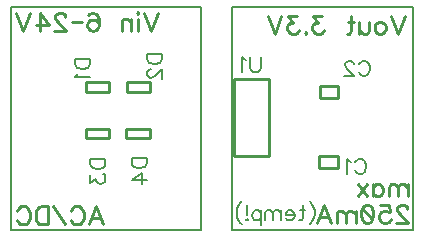
<source format=gbo>
G04 DipTrace 2.4.0.2*
%INLaserPower_v_1.0.GBO*%
%MOMM*%
%ADD10C,0.25*%
%ADD17C,0.155*%
%ADD53C,0.196*%
%ADD54C,0.235*%
%FSLAX53Y53*%
G04*
G71*
G90*
G75*
G01*
%LNBotSilk*%
%LPD*%
X8780Y13050D2*
D10*
X6780D1*
Y12250D1*
X8780D1*
Y13050D1*
Y9100D2*
X6780D1*
Y8300D1*
X8780D1*
Y9100D1*
X12230Y13050D2*
X10230D1*
Y12250D1*
X12230D1*
Y13050D1*
X12180Y9100D2*
X10180D1*
Y8300D1*
X12180D1*
Y9100D1*
X26550Y6800D2*
X28100D1*
Y5800D1*
X26550D1*
Y6800D1*
X19350Y13300D2*
X22250D1*
Y6800D1*
X19350D1*
Y13300D1*
X28150Y11750D2*
X26600D1*
Y12750D1*
X28150D1*
Y11750D1*
X19200Y19450D2*
D17*
X34500D1*
Y500D1*
X19200D1*
Y19450D1*
X450D2*
X16500D1*
Y500D1*
X450D1*
Y19450D1*
X5870Y15024D2*
D53*
X7146D1*
Y14598D1*
X7084Y14416D1*
X6964Y14294D1*
X6842Y14233D1*
X6661Y14173D1*
X6356D1*
X6173Y14233D1*
X6053Y14294D1*
X5931Y14416D1*
X5870Y14598D1*
Y15024D1*
X6114Y13781D2*
X6053Y13659D1*
X5872Y13476D1*
X7146D1*
X7170Y6547D2*
X8446D1*
Y6121D1*
X8384Y5939D1*
X8264Y5817D1*
X8142Y5756D1*
X7961Y5696D1*
X7656D1*
X7473Y5756D1*
X7353Y5817D1*
X7231Y5939D1*
X7170Y6121D1*
Y6547D1*
X7172Y5182D2*
Y4515D1*
X7657Y4879D1*
Y4696D1*
X7718Y4575D1*
X7778Y4515D1*
X7960Y4453D1*
X8081D1*
X8264Y4515D1*
X8386Y4636D1*
X8446Y4818D1*
Y5001D1*
X8386Y5182D1*
X8324Y5242D1*
X8203Y5304D1*
X11970Y15447D2*
X13246D1*
Y15021D1*
X13184Y14839D1*
X13064Y14717D1*
X12942Y14656D1*
X12761Y14596D1*
X12456D1*
X12273Y14656D1*
X12153Y14717D1*
X12031Y14839D1*
X11970Y15021D1*
Y15447D1*
X12275Y14142D2*
X12214D1*
X12092Y14082D1*
X12032Y14021D1*
X11972Y13899D1*
Y13656D1*
X12032Y13536D1*
X12092Y13475D1*
X12214Y13414D1*
X12335D1*
X12457Y13475D1*
X12638Y13596D1*
X13246Y14204D1*
Y13353D1*
X10670Y6627D2*
X11946D1*
Y6202D1*
X11884Y6019D1*
X11764Y5897D1*
X11642Y5837D1*
X11461Y5776D1*
X11156D1*
X10973Y5837D1*
X10853Y5897D1*
X10731Y6019D1*
X10670Y6202D1*
Y6627D1*
X11946Y4776D2*
X10672D1*
X11521Y5384D1*
Y4473D1*
X29593Y6257D2*
X29653Y6377D1*
X29775Y6500D1*
X29896Y6560D1*
X30139D1*
X30261Y6500D1*
X30382Y6377D1*
X30444Y6257D1*
X30504Y6074D1*
Y5770D1*
X30444Y5588D1*
X30382Y5466D1*
X30261Y5346D1*
X30139Y5284D1*
X29896D1*
X29775Y5346D1*
X29653Y5466D1*
X29593Y5588D1*
X29201Y6316D2*
X29079Y6377D1*
X28896Y6558D1*
Y5284D1*
X21574Y15160D2*
Y14249D1*
X21513Y14066D1*
X21391Y13946D1*
X21209Y13884D1*
X21088D1*
X20906Y13946D1*
X20783Y14066D1*
X20723Y14249D1*
Y15160D1*
X20331Y14916D2*
X20209Y14977D1*
X20026Y15159D1*
Y13884D1*
X29916Y14557D2*
X29976Y14677D1*
X30098Y14800D1*
X30219Y14860D1*
X30462D1*
X30584Y14800D1*
X30705Y14677D1*
X30767Y14557D1*
X30827Y14374D1*
Y14070D1*
X30767Y13888D1*
X30705Y13766D1*
X30584Y13646D1*
X30462Y13584D1*
X30219D1*
X30098Y13646D1*
X29976Y13766D1*
X29916Y13888D1*
X29462Y14555D2*
Y14616D1*
X29402Y14738D1*
X29341Y14798D1*
X29219Y14858D1*
X28976D1*
X28856Y14798D1*
X28795Y14738D1*
X28733Y14616D1*
Y14495D1*
X28795Y14373D1*
X28916Y14192D1*
X29524Y13584D1*
X28673D1*
X34046Y4417D2*
D54*
Y3397D1*
Y4126D2*
X33827Y4345D1*
X33680Y4417D1*
X33463D1*
X33316Y4345D1*
X33244Y4126D1*
Y3397D1*
Y4126D2*
X33025Y4345D1*
X32878Y4417D1*
X32661D1*
X32514Y4345D1*
X32440Y4126D1*
Y3397D1*
X31095Y4417D2*
Y3397D1*
Y4198D2*
X31240Y4345D1*
X31387Y4417D1*
X31604D1*
X31751Y4345D1*
X31896Y4198D1*
X31970Y3979D1*
Y3835D1*
X31896Y3616D1*
X31751Y3471D1*
X31604Y3397D1*
X31387D1*
X31240Y3471D1*
X31095Y3616D1*
X30625Y4417D2*
X29823Y3397D1*
Y4417D2*
X30625Y3397D1*
X12869Y18940D2*
X12287Y17409D1*
X11704Y18940D1*
X11233D2*
X11161Y18867D1*
X11087Y18940D1*
X11161Y19014D1*
X11233Y18940D1*
X11161Y18429D2*
Y17409D1*
X10616Y18429D2*
Y17409D1*
Y18138D2*
X10397Y18357D1*
X10250Y18429D1*
X10033D1*
X9887Y18357D1*
X9814Y18138D1*
Y17409D1*
X6988Y18721D2*
X7060Y18866D1*
X7279Y18938D1*
X7424D1*
X7643Y18866D1*
X7790Y18647D1*
X7862Y18283D1*
Y17919D1*
X7790Y17628D1*
X7643Y17481D1*
X7424Y17409D1*
X7352D1*
X7134Y17481D1*
X6988Y17628D1*
X6915Y17847D1*
Y17919D1*
X6988Y18138D1*
X7134Y18283D1*
X7352Y18355D1*
X7424D1*
X7643Y18283D1*
X7790Y18138D1*
X7862Y17919D1*
X6445Y18173D2*
X5602D1*
X5058Y18574D2*
Y18647D1*
X4985Y18793D1*
X4913Y18866D1*
X4766Y18938D1*
X4475D1*
X4330Y18866D1*
X4258Y18793D1*
X4183Y18647D1*
Y18502D1*
X4258Y18355D1*
X4402Y18138D1*
X5132Y17409D1*
X4111D1*
X2911D2*
Y18938D1*
X3640Y17919D1*
X2547D1*
X2077Y18940D2*
X1494Y17409D1*
X911Y18940D1*
X7078Y1003D2*
X7662Y2534D1*
X8245Y1003D1*
X8026Y1513D2*
X7297D1*
X5514Y2170D2*
X5586Y2315D1*
X5733Y2461D1*
X5878Y2534D1*
X6169D1*
X6316Y2461D1*
X6460Y2315D1*
X6535Y2170D1*
X6607Y1951D1*
Y1585D1*
X6535Y1368D1*
X6460Y1222D1*
X6316Y1077D1*
X6169Y1003D1*
X5878D1*
X5733Y1077D1*
X5586Y1222D1*
X5514Y1368D1*
X5043Y1003D2*
X4022Y2532D1*
X3552Y2534D2*
Y1003D1*
X3041D1*
X2822Y1077D1*
X2676Y1222D1*
X2603Y1368D1*
X2531Y1585D1*
Y1951D1*
X2603Y2170D1*
X2676Y2315D1*
X2822Y2461D1*
X3041Y2534D1*
X3552D1*
X967Y2170D2*
X1039Y2315D1*
X1186Y2461D1*
X1331Y2534D1*
X1622D1*
X1769Y2461D1*
X1914Y2315D1*
X1988Y2170D1*
X2060Y1951D1*
Y1585D1*
X1988Y1368D1*
X1914Y1222D1*
X1769Y1077D1*
X1622Y1003D1*
X1331D1*
X1186Y1077D1*
X1039Y1222D1*
X967Y1368D1*
X33811Y18668D2*
X33228Y17137D1*
X32645Y18668D1*
X31811Y18158D2*
X31955Y18086D1*
X32102Y17939D1*
X32174Y17720D1*
Y17575D1*
X32102Y17356D1*
X31955Y17211D1*
X31811Y17137D1*
X31592D1*
X31445Y17211D1*
X31300Y17356D1*
X31226Y17575D1*
Y17720D1*
X31300Y17939D1*
X31445Y18086D1*
X31592Y18158D1*
X31811D1*
X30755D2*
Y17429D1*
X30683Y17211D1*
X30536Y17137D1*
X30317D1*
X30173Y17211D1*
X29954Y17429D1*
Y18158D2*
Y17137D1*
X29264Y18668D2*
Y17429D1*
X29191Y17211D1*
X29045Y17137D1*
X28900D1*
X29483Y18158D2*
X28972D1*
X26802Y18667D2*
X26001D1*
X26438Y18084D1*
X26219D1*
X26074Y18011D1*
X26001Y17939D1*
X25927Y17720D1*
Y17575D1*
X26001Y17356D1*
X26146Y17210D1*
X26365Y17137D1*
X26584D1*
X26802Y17210D1*
X26874Y17284D1*
X26948Y17429D1*
X25384Y17284D2*
X25457Y17210D1*
X25384Y17137D1*
X25310Y17210D1*
X25384Y17284D1*
X24693Y18667D2*
X23893D1*
X24329Y18084D1*
X24110D1*
X23965Y18011D1*
X23893Y17939D1*
X23819Y17720D1*
Y17575D1*
X23893Y17356D1*
X24038Y17210D1*
X24257Y17137D1*
X24476D1*
X24693Y17210D1*
X24765Y17284D1*
X24839Y17429D1*
X23348Y18668D2*
X22765Y17137D1*
X22182Y18668D1*
X34017Y2312D2*
Y2385D1*
X33944Y2531D1*
X33872Y2604D1*
X33725Y2676D1*
X33434D1*
X33289Y2604D1*
X33216Y2531D1*
X33142Y2385D1*
Y2240D1*
X33216Y2093D1*
X33361Y1876D1*
X34091Y1147D1*
X33070D1*
X31725Y2676D2*
X32453D1*
X32525Y2021D1*
X32453Y2093D1*
X32234Y2167D1*
X32016D1*
X31797Y2093D1*
X31651Y1948D1*
X31578Y1729D1*
Y1585D1*
X31651Y1366D1*
X31797Y1219D1*
X32016Y1147D1*
X32234D1*
X32453Y1219D1*
X32525Y1293D1*
X32599Y1438D1*
X30670Y2676D2*
X30889Y2604D1*
X31035Y2385D1*
X31108Y2021D1*
Y1802D1*
X31035Y1438D1*
X30889Y1219D1*
X30670Y1147D1*
X30525D1*
X30306Y1219D1*
X30161Y1438D1*
X30087Y1802D1*
Y2021D1*
X30161Y2385D1*
X30306Y2604D1*
X30525Y2676D1*
X30670D1*
X30161Y2385D2*
X31035Y1438D1*
X29616Y2167D2*
Y1147D1*
Y1876D2*
X29397Y2095D1*
X29251Y2167D1*
X29033D1*
X28887Y2095D1*
X28814Y1876D1*
Y1147D1*
Y1876D2*
X28595Y2095D1*
X28449Y2167D1*
X28232D1*
X28085Y2095D1*
X28011Y1876D1*
Y1147D1*
X26373D2*
X26957Y2678D1*
X27540Y1147D1*
X27321Y1657D2*
X26592D1*
X25724Y2959D2*
D53*
X25846Y2838D1*
X25967Y2656D1*
X26089Y2413D1*
X26149Y2108D1*
Y1865D1*
X26089Y1562D1*
X25967Y1319D1*
X25846Y1137D1*
X25724Y1016D1*
X25149Y2626D2*
Y1593D1*
X25089Y1412D1*
X24967Y1350D1*
X24846D1*
X25332Y2201D2*
X24906D1*
X24454Y1836D2*
X23725D1*
Y1958D1*
X23786Y2080D1*
X23846Y2140D1*
X23968Y2201D1*
X24151D1*
X24271Y2140D1*
X24393Y2018D1*
X24454Y1836D1*
Y1715D1*
X24393Y1533D1*
X24271Y1412D1*
X24151Y1350D1*
X23968D1*
X23846Y1412D1*
X23725Y1533D1*
X23333Y2201D2*
Y1350D1*
Y1958D2*
X23151Y2140D1*
X23028Y2201D1*
X22847D1*
X22725Y2140D1*
X22665Y1958D1*
Y1350D1*
Y1958D2*
X22482Y2140D1*
X22360Y2201D1*
X22179D1*
X22057Y2140D1*
X21995Y1958D1*
Y1350D1*
X21603Y2201D2*
Y925D1*
Y2018D2*
X21481Y2139D1*
X21360Y2201D1*
X21178D1*
X21055Y2139D1*
X20935Y2018D1*
X20873Y1836D1*
Y1714D1*
X20935Y1533D1*
X21055Y1410D1*
X21178Y1350D1*
X21360D1*
X21481Y1410D1*
X21603Y1533D1*
X20419Y2625D2*
Y1775D1*
Y1472D2*
X20481Y1410D1*
X20419Y1350D1*
X20359Y1410D1*
X20419Y1472D1*
X19967Y2959D2*
X19844Y2838D1*
X19724Y2656D1*
X19602Y2413D1*
X19541Y2108D1*
Y1865D1*
X19602Y1562D1*
X19724Y1319D1*
X19844Y1137D1*
X19967Y1016D1*
M02*

</source>
